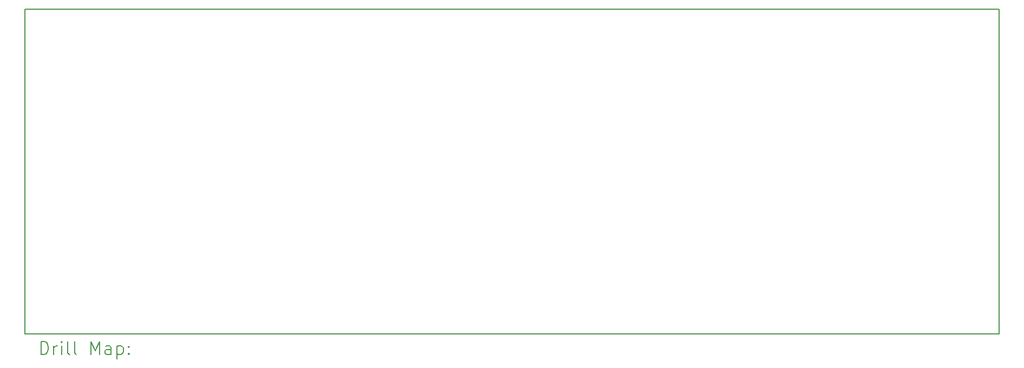
<source format=gbr>
%TF.GenerationSoftware,KiCad,Pcbnew,8.0.5*%
%TF.CreationDate,2025-06-13T07:27:11+02:00*%
%TF.ProjectId,4-Kanal_Power_Meter,342d4b61-6e61-46c5-9f50-6f7765725f4d,rev?*%
%TF.SameCoordinates,Original*%
%TF.FileFunction,Drillmap*%
%TF.FilePolarity,Positive*%
%FSLAX45Y45*%
G04 Gerber Fmt 4.5, Leading zero omitted, Abs format (unit mm)*
G04 Created by KiCad (PCBNEW 8.0.5) date 2025-06-13 07:27:11*
%MOMM*%
%LPD*%
G01*
G04 APERTURE LIST*
%ADD10C,0.150000*%
%ADD11C,0.200000*%
G04 APERTURE END LIST*
D10*
X22352000Y-6350000D02*
X7112000Y-6350000D01*
X22352000Y-11430000D02*
X22352000Y-6350000D01*
X7112000Y-6350000D02*
X7112000Y-11430000D01*
X7112000Y-11430000D02*
X22352000Y-11430000D01*
D11*
X7365277Y-11748984D02*
X7365277Y-11548984D01*
X7365277Y-11548984D02*
X7412896Y-11548984D01*
X7412896Y-11548984D02*
X7441467Y-11558508D01*
X7441467Y-11558508D02*
X7460515Y-11577555D01*
X7460515Y-11577555D02*
X7470039Y-11596603D01*
X7470039Y-11596603D02*
X7479562Y-11634698D01*
X7479562Y-11634698D02*
X7479562Y-11663269D01*
X7479562Y-11663269D02*
X7470039Y-11701365D01*
X7470039Y-11701365D02*
X7460515Y-11720412D01*
X7460515Y-11720412D02*
X7441467Y-11739460D01*
X7441467Y-11739460D02*
X7412896Y-11748984D01*
X7412896Y-11748984D02*
X7365277Y-11748984D01*
X7565277Y-11748984D02*
X7565277Y-11615650D01*
X7565277Y-11653746D02*
X7574801Y-11634698D01*
X7574801Y-11634698D02*
X7584324Y-11625174D01*
X7584324Y-11625174D02*
X7603372Y-11615650D01*
X7603372Y-11615650D02*
X7622420Y-11615650D01*
X7689086Y-11748984D02*
X7689086Y-11615650D01*
X7689086Y-11548984D02*
X7679562Y-11558508D01*
X7679562Y-11558508D02*
X7689086Y-11568031D01*
X7689086Y-11568031D02*
X7698610Y-11558508D01*
X7698610Y-11558508D02*
X7689086Y-11548984D01*
X7689086Y-11548984D02*
X7689086Y-11568031D01*
X7812896Y-11748984D02*
X7793848Y-11739460D01*
X7793848Y-11739460D02*
X7784324Y-11720412D01*
X7784324Y-11720412D02*
X7784324Y-11548984D01*
X7917658Y-11748984D02*
X7898610Y-11739460D01*
X7898610Y-11739460D02*
X7889086Y-11720412D01*
X7889086Y-11720412D02*
X7889086Y-11548984D01*
X8146229Y-11748984D02*
X8146229Y-11548984D01*
X8146229Y-11548984D02*
X8212896Y-11691841D01*
X8212896Y-11691841D02*
X8279562Y-11548984D01*
X8279562Y-11548984D02*
X8279562Y-11748984D01*
X8460515Y-11748984D02*
X8460515Y-11644222D01*
X8460515Y-11644222D02*
X8450991Y-11625174D01*
X8450991Y-11625174D02*
X8431944Y-11615650D01*
X8431944Y-11615650D02*
X8393848Y-11615650D01*
X8393848Y-11615650D02*
X8374801Y-11625174D01*
X8460515Y-11739460D02*
X8441467Y-11748984D01*
X8441467Y-11748984D02*
X8393848Y-11748984D01*
X8393848Y-11748984D02*
X8374801Y-11739460D01*
X8374801Y-11739460D02*
X8365277Y-11720412D01*
X8365277Y-11720412D02*
X8365277Y-11701365D01*
X8365277Y-11701365D02*
X8374801Y-11682317D01*
X8374801Y-11682317D02*
X8393848Y-11672793D01*
X8393848Y-11672793D02*
X8441467Y-11672793D01*
X8441467Y-11672793D02*
X8460515Y-11663269D01*
X8555753Y-11615650D02*
X8555753Y-11815650D01*
X8555753Y-11625174D02*
X8574801Y-11615650D01*
X8574801Y-11615650D02*
X8612896Y-11615650D01*
X8612896Y-11615650D02*
X8631944Y-11625174D01*
X8631944Y-11625174D02*
X8641467Y-11634698D01*
X8641467Y-11634698D02*
X8650991Y-11653746D01*
X8650991Y-11653746D02*
X8650991Y-11710888D01*
X8650991Y-11710888D02*
X8641467Y-11729936D01*
X8641467Y-11729936D02*
X8631944Y-11739460D01*
X8631944Y-11739460D02*
X8612896Y-11748984D01*
X8612896Y-11748984D02*
X8574801Y-11748984D01*
X8574801Y-11748984D02*
X8555753Y-11739460D01*
X8736705Y-11729936D02*
X8746229Y-11739460D01*
X8746229Y-11739460D02*
X8736705Y-11748984D01*
X8736705Y-11748984D02*
X8727182Y-11739460D01*
X8727182Y-11739460D02*
X8736705Y-11729936D01*
X8736705Y-11729936D02*
X8736705Y-11748984D01*
X8736705Y-11625174D02*
X8746229Y-11634698D01*
X8746229Y-11634698D02*
X8736705Y-11644222D01*
X8736705Y-11644222D02*
X8727182Y-11634698D01*
X8727182Y-11634698D02*
X8736705Y-11625174D01*
X8736705Y-11625174D02*
X8736705Y-11644222D01*
M02*

</source>
